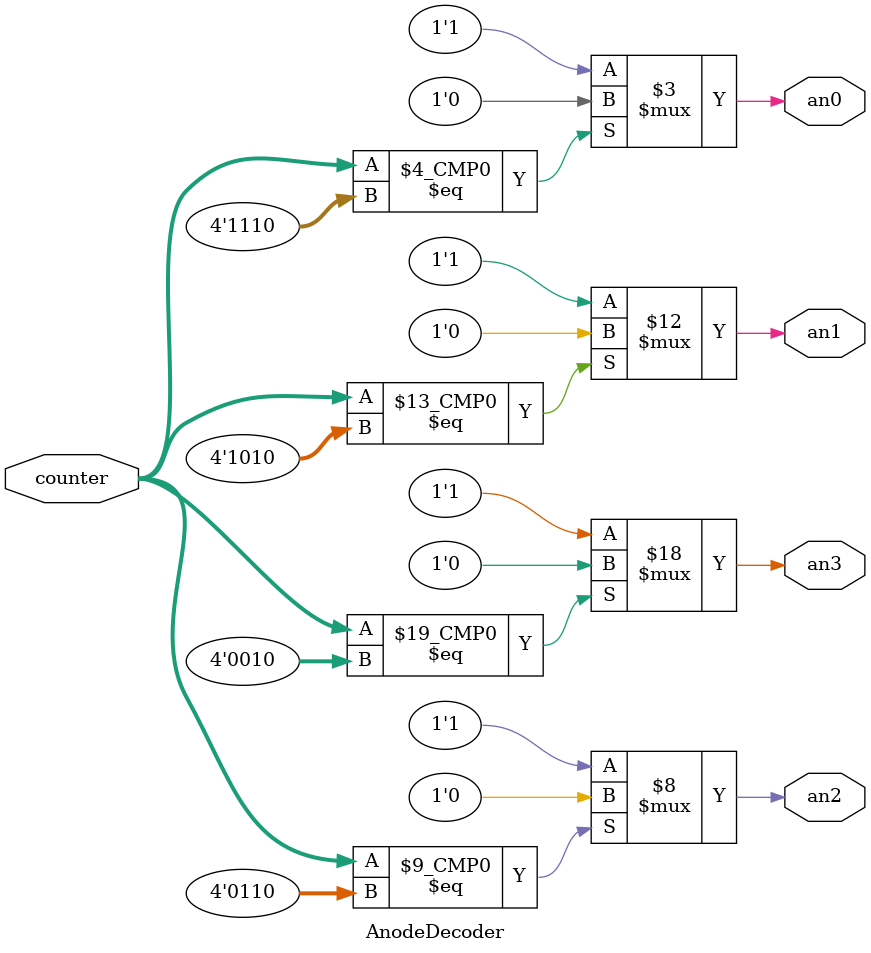
<source format=v>
module AnodeDecoder (input [3:0] counter, output reg an0, output reg an1, output reg an2, output reg an3);
    parameter AN0_LOW = 4'b0010;
    parameter AN1_LOW = 4'b0110;
    parameter AN2_LOW = 4'b1010;
    parameter AN3_LOW = 4'b1110;
    
    always @(counter) begin
        case (counter)
            AN0_LOW: begin
                an3 = 1'b0;
                an1 = 1'b1;
                an2 = 1'b1;
                an0 = 1'b1;
            end
            AN1_LOW: begin
                an0 = 1'b1;
                an2 = 1'b0;
                an1 = 1'b1;
                an3 = 1'b1;
            end
            AN2_LOW: begin
                an0 = 1'b1;
                an2 = 1'b1;
                an1 = 1'b0;
                an3 = 1'b1;
            end
            AN3_LOW: begin
                an3 = 1'b1;
                an1 = 1'b1;
                an2 = 1'b1;
                an0 = 1'b0;
            end
            default: begin
                an0 = 1'b1;
                an1 = 1'b1;
                an2 = 1'b1;
                an3 = 1'b1;
            end
        endcase
    end
endmodule
</source>
